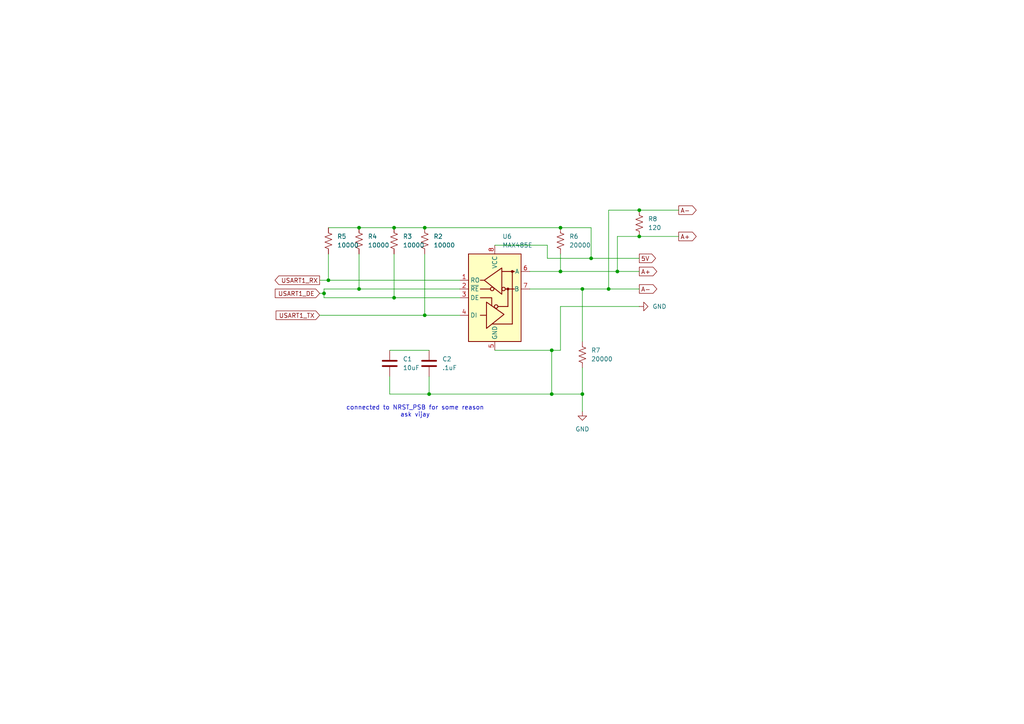
<source format=kicad_sch>
(kicad_sch (version 20231120) (generator "eeschema") (generator_version "8.0")
  (paper "A4")
  (lib_symbols
    (symbol "Device:C" (pin_numbers hide) (pin_names (offset 0.254))
      (property "Reference" "C" (at 0.635 2.54 0))
      (property "Value" "C" (at 0.635 -2.54 0))
      (symbol "C_0_1"
        (polyline (pts (xy -2.032 -0.762) (xy 2.032 -0.762)) (stroke (width 0.508)))
        (polyline (pts (xy -2.032 0.762) (xy 2.032 0.762)) (stroke (width 0.508)))
      )
      (symbol "C_1_1"
        (pin passive line (at 0 3.81 270) (length 2.794) (name "~") (number "1"))
        (pin passive line (at 0 -3.81 90) (length 2.794) (name "~") (number "2"))
      )
    )
    (symbol "Device:R_US" (pin_numbers hide) (pin_names (offset 0))
      (property "Reference" "R" (at 2.54 0 90))
      (property "Value" "R_US" (at -2.54 0 90))
      (symbol "R_US_0_1"
        (polyline (pts (xy 0 -2.286) (xy 0 -2.54)))
        (polyline (pts (xy 0 2.286) (xy 0 2.54)))
        (polyline (pts (xy 0 -0.762) (xy 1.016 -1.143) (xy 0 -1.524) (xy -1.016 -1.905) (xy 0 -2.286)))
        (polyline (pts (xy 0 0.762) (xy 1.016 0.381) (xy 0 0) (xy -1.016 -0.381) (xy 0 -0.762)))
        (polyline (pts (xy 0 2.286) (xy 1.016 1.905) (xy 0 1.524) (xy -1.016 1.143) (xy 0 0.762)))
      )
      (symbol "R_US_1_1"
        (pin passive line (at 0 3.81 270) (length 1.27) (name "~") (number "1"))
        (pin passive line (at 0 -3.81 90) (length 1.27) (name "~") (number "2"))
      )
    )
    (symbol "Interface_UART:MAX485E"
      (property "Reference" "U" (at -6.985 13.97 0))
      (property "Value" "MAX485E" (at 1.905 13.97 0))
      (symbol "MAX485E_0_1"
        (rectangle (start -7.62 12.7) (end 7.62 -12.7) (stroke (width 0.254)) (fill (type background)))
        (polyline (pts (xy -4.191 2.54) (xy -1.27 2.54)) (stroke (width 0.254)))
        (polyline (pts (xy -2.54 -5.08) (xy -4.191 -5.08)) (stroke (width 0.254)))
        (polyline (pts (xy -0.635 -7.62) (xy 5.08 -7.62)) (stroke (width 0.254)))
        (polyline (pts (xy 0.889 -2.54) (xy 3.81 -2.54)) (stroke (width 0.254)))
        (polyline (pts (xy 2.032 7.62) (xy 5.715 7.62)) (stroke (width 0.254)))
        (polyline (pts (xy 3.048 2.54) (xy 5.715 2.54)) (stroke (width 0.254)))
        (polyline (pts (xy 3.81 -2.54) (xy 3.81 2.54)) (stroke (width 0.254)))
        (polyline (pts (xy 5.08 -7.62) (xy 5.08 7.62)) (stroke (width 0.254)))
        (polyline (pts (xy -4.191 0) (xy -0.889 0) (xy -0.889 -2.286)) (stroke (width 0.254)))
        (polyline (pts (xy -3.175 5.08) (xy -4.191 5.08) (xy -4.064 5.08)) (stroke (width 0.254)))
        (polyline (pts (xy -2.413 -5.08) (xy -2.413 -1.27) (xy 2.667 -4.826) (xy -2.413 -8.89) (xy -2.413 -5.08)) (stroke (width 0.254)))
        (circle (center 0.381 -2.54) (radius 0.508) (stroke (width 0.254)))
        (circle (center 3.81 2.54) (radius 0.2794) (stroke (width 0.254)) (fill (type outline)))
      )
      (symbol "MAX485E_1_1"
        (circle (center -0.762 2.54) (radius 0.508) (stroke (width 0.254)))
        (polyline (pts (xy 2.032 4.826) (xy 2.032 8.636) (xy -3.048 5.08) (xy 2.032 1.016) (xy 2.032 4.826)) (stroke (width 0.254)))
        (circle (center 2.54 2.54) (radius 0.508) (stroke (width 0.254)))
        (circle (center 5.08 7.62) (radius 0.2794) (stroke (width 0.254)) (fill (type outline)))
        (pin output line (at -10.16 5.08 0) (length 2.54) (name "RO") (number "1"))
        (pin input line (at -10.16 2.54 0) (length 2.54) (name "~{RE}") (number "2"))
        (pin input line (at -10.16 0 0) (length 2.54) (name "DE") (number "3"))
        (pin input line (at -10.16 -5.08 0) (length 2.54) (name "DI") (number "4"))
        (pin power_in line (at 0 -15.24 90) (length 2.54) (name "GND") (number "5"))
        (pin bidirectional line (at 10.16 7.62 180) (length 2.54) (name "A") (number "6"))
        (pin bidirectional line (at 10.16 2.54 180) (length 2.54) (name "B") (number "7"))
        (pin power_in line (at 0 15.24 270) (length 2.54) (name "VCC") (number "8"))
      )
    )
    (symbol "power:GND" (power) (pin_numbers hide) (pin_names (offset 0) hide)
      (property "Value" "GND" (at 0 -3.81 0))
      (symbol "GND_0_1"
        (polyline (pts (xy 0 0) (xy 0 -1.27) (xy 1.27 -1.27) (xy 0 -2.54) (xy -1.27 -1.27) (xy 0 -1.27)))
      )
      (symbol "GND_1_1"
        (pin power_in line (at 0 0 270) (length 0) (name "~") (number "1"))
      )
    )
  )
  (junction (at 179.07 78.74))
  (junction (at 93.98 85.09))
  (junction (at 104.14 83.82))
  (junction (at 114.3 66.04))
  (junction (at 162.56 66.04))
  (junction (at 123.19 91.44))
  (junction (at 162.56 78.74))
  (junction (at 160.02 101.6))
  (junction (at 168.91 83.82))
  (junction (at 171.45 74.93))
  (junction (at 104.14 66.04))
  (junction (at 176.53 83.82))
  (junction (at 95.25 81.28))
  (junction (at 123.19 66.04))
  (junction (at 114.3 86.36))
  (junction (at 185.42 68.58))
  (junction (at 168.91 114.3))
  (junction (at 185.42 60.96))
  (junction (at 124.46 114.3))
  (junction (at 160.02 114.3))
  (wire (pts (xy 114.3 86.36) (xy 133.35 86.36)))
  (wire (pts (xy 95.25 81.28) (xy 133.35 81.28)))
  (wire (pts (xy 153.67 83.82) (xy 168.91 83.82)))
  (wire (pts (xy 171.45 66.04) (xy 171.45 74.93)))
  (wire (pts (xy 113.03 109.22) (xy 113.03 114.3)))
  (wire (pts (xy 171.45 74.93) (xy 185.42 74.93)))
  (wire (pts (xy 92.71 81.28) (xy 95.25 81.28)))
  (wire (pts (xy 93.98 83.82) (xy 93.98 85.09)))
  (wire (pts (xy 162.56 73.66) (xy 162.56 78.74)))
  (wire (pts (xy 92.71 85.09) (xy 93.98 85.09)))
  (wire (pts (xy 158.75 74.93) (xy 171.45 74.93)))
  (wire (pts (xy 185.42 68.58) (xy 196.85 68.58)))
  (wire (pts (xy 113.03 101.6) (xy 124.46 101.6)))
  (wire (pts (xy 160.02 114.3) (xy 168.91 114.3)))
  (wire (pts (xy 162.56 78.74) (xy 179.07 78.74)))
  (wire (pts (xy 95.25 73.66) (xy 95.25 81.28)))
  (wire (pts (xy 162.56 66.04) (xy 171.45 66.04)))
  (wire (pts (xy 104.14 83.82) (xy 133.35 83.82)))
  (wire (pts (xy 123.19 91.44) (xy 133.35 91.44)))
  (wire (pts (xy 104.14 66.04) (xy 114.3 66.04)))
  (wire (pts (xy 95.25 66.04) (xy 104.14 66.04)))
  (wire (pts (xy 143.51 71.12) (xy 158.75 71.12)))
  (wire (pts (xy 104.14 73.66) (xy 104.14 83.82)))
  (wire (pts (xy 179.07 78.74) (xy 185.42 78.74)))
  (wire (pts (xy 176.53 60.96) (xy 185.42 60.96)))
  (wire (pts (xy 123.19 66.04) (xy 162.56 66.04)))
  (wire (pts (xy 124.46 109.22) (xy 124.46 114.3)))
  (wire (pts (xy 93.98 83.82) (xy 104.14 83.82)))
  (wire (pts (xy 176.53 83.82) (xy 185.42 83.82)))
  (wire (pts (xy 160.02 101.6) (xy 160.02 114.3)))
  (wire (pts (xy 160.02 101.6) (xy 162.56 101.6)))
  (wire (pts (xy 185.42 60.96) (xy 196.85 60.96)))
  (wire (pts (xy 179.07 68.58) (xy 185.42 68.58)))
  (wire (pts (xy 162.56 88.9) (xy 185.42 88.9)))
  (wire (pts (xy 124.46 114.3) (xy 160.02 114.3)))
  (wire (pts (xy 93.98 85.09) (xy 93.98 86.36)))
  (wire (pts (xy 114.3 73.66) (xy 114.3 86.36)))
  (wire (pts (xy 123.19 73.66) (xy 123.19 91.44)))
  (wire (pts (xy 162.56 101.6) (xy 162.56 88.9)))
  (wire (pts (xy 168.91 83.82) (xy 176.53 83.82)))
  (wire (pts (xy 92.71 91.44) (xy 123.19 91.44)))
  (wire (pts (xy 168.91 114.3) (xy 168.91 119.38)))
  (wire (pts (xy 168.91 106.68) (xy 168.91 114.3)))
  (wire (pts (xy 153.67 78.74) (xy 162.56 78.74)))
  (wire (pts (xy 179.07 78.74) (xy 179.07 68.58)))
  (wire (pts (xy 113.03 114.3) (xy 124.46 114.3)))
  (wire (pts (xy 176.53 60.96) (xy 176.53 83.82)))
  (wire (pts (xy 168.91 83.82) (xy 168.91 99.06)))
  (wire (pts (xy 93.98 86.36) (xy 114.3 86.36)))
  (wire (pts (xy 158.75 71.12) (xy 158.75 74.93)))
  (wire (pts (xy 143.51 101.6) (xy 160.02 101.6)))
  (wire (pts (xy 114.3 66.04) (xy 123.19 66.04)))
  (text "connected to NRST_PSB for some reason\nask vijay" (at 120.396 119.38 0) (effects (font (size 1.27 1.27))))
  (global_label "A+" (shape output) (at 196.85 68.58 0) (property "Intersheetrefs" "${INTERSHEET_REFS}" (effects (hide yes))))
  (global_label "USART1_TX" (shape input) (at 92.71 91.44 180) (property "Intersheetrefs" "${INTERSHEET_REFS}" (effects (hide yes))))
  (global_label "A-" (shape output) (at 196.85 60.96 0) (property "Intersheetrefs" "${INTERSHEET_REFS}" (effects (hide yes))))
  (global_label "5V" (shape output) (at 185.42 74.93 0) (property "Intersheetrefs" "${INTERSHEET_REFS}" (effects (hide yes))))
  (global_label "A+" (shape output) (at 185.42 78.74 0) (property "Intersheetrefs" "${INTERSHEET_REFS}" (effects (hide yes))))
  (global_label "USART1_RX" (shape output) (at 92.71 81.28 180) (property "Intersheetrefs" "${INTERSHEET_REFS}" (effects (hide yes))))
  (global_label "A-" (shape output) (at 185.42 83.82 0) (property "Intersheetrefs" "${INTERSHEET_REFS}" (effects (hide yes))))
  (global_label "USART1_DE" (shape input) (at 92.71 85.09 180) (property "Intersheetrefs" "${INTERSHEET_REFS}" (effects (hide yes))))
  (symbol (lib_id "Device:C") (at 124.46 105.41 0) (unit 1)
    (property "Reference" "C2" (at 128.27 104.1399 0) (effects (justify left)))
    (property "Value" ".1uF" (at 128.27 106.6799 0) (effects (justify left)))
    (property "Footprint" "Capacitor_SMD:C_0603_1608Metric_Pad1.08x0.95mm_HandSolder" (effects (hide yes)))
    (property "Description" "Unpolarized capacitor" (effects (hide yes)))
  )
  (symbol (lib_id "Device:C") (at 113.03 105.41 0) (unit 1)
    (property "Reference" "C1" (at 116.84 104.1399 0) (effects (justify left)))
    (property "Value" "10uF" (at 116.84 106.6799 0) (effects (justify left)))
    (property "Footprint" "Capacitor_SMD:C_0603_1608Metric_Pad1.08x0.95mm_HandSolder" (effects (hide yes)))
    (property "Description" "Unpolarized capacitor" (effects (hide yes)))
  )
  (symbol (lib_id "Device:R_US") (at 95.25 69.85 0) (unit 1)
    (property "Reference" "R5" (at 97.79 68.5799 0) (effects (justify left)))
    (property "Value" "10000" (at 97.79 71.1199 0) (effects (justify left)))
    (property "Footprint" "Resistor_SMD:R_0603_1608Metric_Pad0.98x0.95mm_HandSolder" (effects (hide yes)))
    (property "Description" "Resistor, US symbol" (effects (hide yes)))
  )
  (symbol (lib_id "Device:R_US") (at 104.14 69.85 0) (unit 1)
    (property "Reference" "R4" (at 106.68 68.5799 0) (effects (justify left)))
    (property "Value" "10000" (at 106.68 71.1199 0) (effects (justify left)))
    (property "Footprint" "Resistor_SMD:R_0603_1608Metric_Pad0.98x0.95mm_HandSolder" (effects (hide yes)))
    (property "Description" "Resistor, US symbol" (effects (hide yes)))
  )
  (symbol (lib_id "Interface_UART:MAX485E") (at 143.51 86.36 0) (unit 1)
    (property "Reference" "U6" (at 145.7041 68.58 0) (effects (justify left)))
    (property "Value" "MAX485E" (at 145.7041 71.12 0) (effects (justify left)))
    (property "Footprint" "Package_SO:SOIC-8_3.9x4.9mm_P1.27mm" (effects (hide yes)))
    (property "Datasheet" "https://datasheets.maximintegrated.com/en/ds/MAX1487E-MAX491E.pdf" (effects (hide yes)))
    (property "Description" "Half duplex RS-485/RS-422, 2.5 Mbps, ±15kV electro-static discharge (ESD) protection, no slew-rate, no low-power shutdown, with receiver/driver enable, 32 receiver drive capability, DIP-8 and SOIC-8" (effects (hide yes)))
  )
  (symbol (lib_id "Device:R_US") (at 185.42 64.77 0) (unit 1)
    (property "Reference" "R8" (at 187.96 63.4999 0) (effects (justify left)))
    (property "Value" "120" (at 187.96 66.0399 0) (effects (justify left)))
    (property "Footprint" "Resistor_SMD:R_0603_1608Metric_Pad0.98x0.95mm_HandSolder" (effects (hide yes)))
    (property "Description" "Resistor, US symbol" (effects (hide yes)))
  )
  (symbol (lib_id "Device:R_US") (at 123.19 69.85 0) (unit 1)
    (property "Reference" "R2" (at 125.73 68.5799 0) (effects (justify left)))
    (property "Value" "10000" (at 125.73 71.1199 0) (effects (justify left)))
    (property "Footprint" "Resistor_SMD:R_0603_1608Metric_Pad0.98x0.95mm_HandSolder" (effects (hide yes)))
    (property "Description" "Resistor, US symbol" (effects (hide yes)))
  )
  (symbol (lib_id "power:GND") (at 185.42 88.9 90) (unit 1)
    (property "Reference" "#PWR07" (effects (hide yes)))
    (property "Value" "GND" (at 189.23 88.8999 90) (effects (justify right)))
    (property "Description" "Power symbol creates a global label with name \"GND\" , ground" (effects (hide yes)))
  )
  (symbol (lib_id "Device:R_US") (at 114.3 69.85 0) (unit 1)
    (property "Reference" "R3" (at 116.84 68.5799 0) (effects (justify left)))
    (property "Value" "10000" (at 116.84 71.1199 0) (effects (justify left)))
    (property "Footprint" "Resistor_SMD:R_0603_1608Metric_Pad0.98x0.95mm_HandSolder" (effects (hide yes)))
    (property "Description" "Resistor, US symbol" (effects (hide yes)))
  )
  (symbol (lib_id "Device:R_US") (at 162.56 69.85 0) (unit 1)
    (property "Reference" "R6" (at 165.1 68.5799 0) (effects (justify left)))
    (property "Value" "20000" (at 165.1 71.1199 0) (effects (justify left)))
    (property "Footprint" "Resistor_SMD:R_0603_1608Metric_Pad0.98x0.95mm_HandSolder" (effects (hide yes)))
    (property "Description" "Resistor, US symbol" (effects (hide yes)))
  )
  (symbol (lib_id "Device:R_US") (at 168.91 102.87 0) (unit 1)
    (property "Reference" "R7" (at 171.45 101.5999 0) (effects (justify left)))
    (property "Value" "20000" (at 171.45 104.1399 0) (effects (justify left)))
    (property "Footprint" "Resistor_SMD:R_0603_1608Metric_Pad0.98x0.95mm_HandSolder" (effects (hide yes)))
    (property "Description" "Resistor, US symbol" (effects (hide yes)))
  )
  (symbol (lib_id "power:GND") (at 168.91 119.38 0) (unit 1)
    (property "Reference" "#PWR06" (effects (hide yes)))
    (property "Value" "GND" (at 168.91 124.46 0))
    (property "Description" "Power symbol creates a global label with name \"GND\" , ground" (effects (hide yes)))
  )
)
</source>
